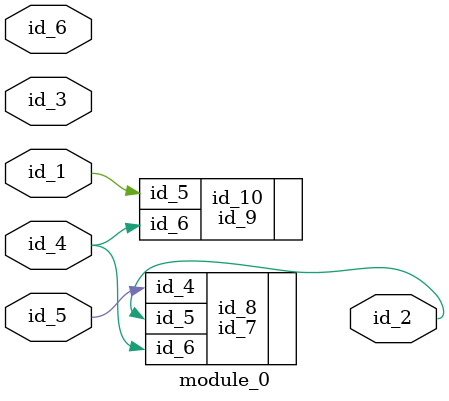
<source format=v>
module module_0 (
    id_1,
    id_2,
    id_3,
    id_4,
    id_5,
    id_6
);
  input id_6;
  input id_5;
  input id_4;
  input id_3;
  output id_2;
  input id_1;
  id_7 id_8 (
      .id_4(id_5),
      .id_6(id_4),
      .id_5(id_2)
  );
  id_9 id_10 (
      .id_6(id_5),
      .id_5(id_2[id_4]),
      .id_6(id_4),
      .id_5(id_1)
  );
endmodule

</source>
